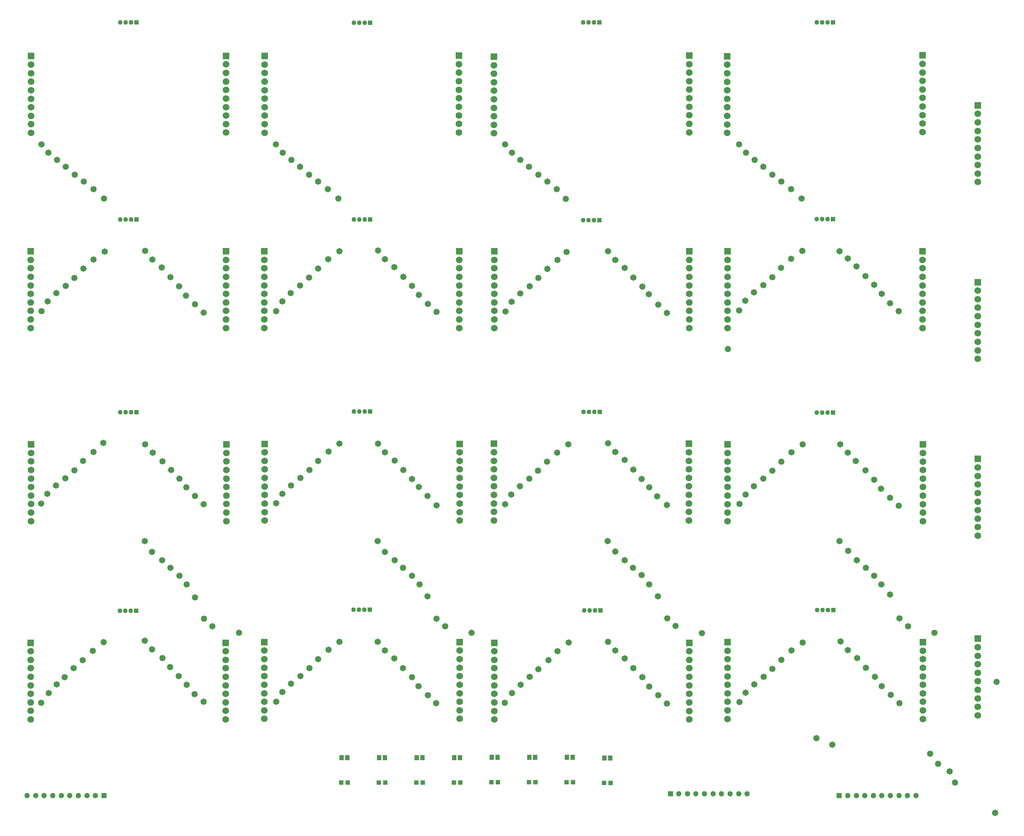
<source format=gts>
G04*
G04 #@! TF.GenerationSoftware,Altium Limited,Altium Designer,25.2.1 (25)*
G04*
G04 Layer_Color=8388736*
%FSAX44Y44*%
%MOMM*%
G71*
G04*
G04 #@! TF.SameCoordinates,962EF830-37C3-45C2-9A6A-2A16DDEA0E73*
G04*
G04*
G04 #@! TF.FilePolarity,Negative*
G04*
G01*
G75*
%ADD17R,1.0032X1.1532*%
%ADD18R,1.0032X1.0032*%
%ADD19C,1.3000*%
%ADD20R,1.3000X1.3000*%
%ADD21R,1.5612X1.5612*%
%ADD22C,1.5612*%
%ADD23R,1.1000X1.1000*%
%ADD24C,1.1000*%
%ADD25C,1.4732*%
D17*
X01300934Y00412250D02*
D03*
X01287434D02*
D03*
X01389013Y00413500D02*
D03*
X01375513D02*
D03*
X01477092D02*
D03*
X01463592D02*
D03*
X01565171D02*
D03*
X01551671D02*
D03*
X01653250Y00411750D02*
D03*
X01639750D02*
D03*
X01036697Y00412250D02*
D03*
X01023197D02*
D03*
X01124776D02*
D03*
X01111276D02*
D03*
X01212855D02*
D03*
X01199355D02*
D03*
D18*
X01198855Y00354000D02*
D03*
X01213855D02*
D03*
X01551171Y00355250D02*
D03*
X01566171D02*
D03*
X01639250Y00353250D02*
D03*
X01654250D02*
D03*
X01463092Y00355250D02*
D03*
X01478092D02*
D03*
X01375013D02*
D03*
X01390013D02*
D03*
X01110776Y00354000D02*
D03*
X01125776D02*
D03*
X01022697D02*
D03*
X01037697D02*
D03*
X01286934D02*
D03*
X01301934D02*
D03*
D19*
X01974500Y00327750D02*
D03*
X01954500D02*
D03*
X01934500D02*
D03*
X01914500D02*
D03*
X01894500D02*
D03*
X01874500D02*
D03*
X01854500D02*
D03*
X01834500D02*
D03*
X01814500D02*
D03*
X02210500Y00323385D02*
D03*
X02230500D02*
D03*
X02250500D02*
D03*
X02270500D02*
D03*
X02290500D02*
D03*
X02310500D02*
D03*
X02330500D02*
D03*
X02350500D02*
D03*
X02370500D02*
D03*
X00446250D02*
D03*
X00426250D02*
D03*
X00406250D02*
D03*
X00386250D02*
D03*
X00366250D02*
D03*
X00346250D02*
D03*
X00326250D02*
D03*
X00306250D02*
D03*
X00286250D02*
D03*
D20*
X01794500Y00327750D02*
D03*
X02190500Y00323385D02*
D03*
X00466250D02*
D03*
D21*
X02515750Y01942520D02*
D03*
Y00691520D02*
D03*
Y01527808D02*
D03*
Y01113097D02*
D03*
X01381000Y01148750D02*
D03*
X01838250D02*
D03*
X00294665Y00682075D02*
D03*
X00295750Y01147250D02*
D03*
X00752165Y00682075D02*
D03*
X00753250Y01147250D02*
D03*
X00842500Y00683500D02*
D03*
X01839250Y00682000D02*
D03*
X00843000Y01148500D02*
D03*
X01300750D02*
D03*
X01300250Y00683500D02*
D03*
X01928500Y01147000D02*
D03*
X01929000Y00683250D02*
D03*
X02386500Y01147000D02*
D03*
X02387000Y00683250D02*
D03*
X01382000Y00682000D02*
D03*
X02386000Y02059750D02*
D03*
X00843250Y02058250D02*
D03*
X01299000Y02059000D02*
D03*
X01381000Y02056750D02*
D03*
X00295000Y02058000D02*
D03*
X00752500Y02058500D02*
D03*
X01838500Y02059250D02*
D03*
X01928000Y02057750D02*
D03*
X00294500Y01600250D02*
D03*
X00752500D02*
D03*
X01299750D02*
D03*
X00842500D02*
D03*
X01381250D02*
D03*
X01928500D02*
D03*
X01839000D02*
D03*
X02386000D02*
D03*
D22*
X02515750Y01922520D02*
D03*
Y01902520D02*
D03*
Y01882520D02*
D03*
Y01862520D02*
D03*
Y01842520D02*
D03*
Y01822520D02*
D03*
Y01802520D02*
D03*
Y01782520D02*
D03*
Y01762520D02*
D03*
Y00671520D02*
D03*
Y00651520D02*
D03*
Y00631520D02*
D03*
Y00611520D02*
D03*
Y00591520D02*
D03*
Y00571520D02*
D03*
Y00551520D02*
D03*
Y00531520D02*
D03*
Y00511520D02*
D03*
Y01507808D02*
D03*
Y01487808D02*
D03*
Y01467808D02*
D03*
Y01447808D02*
D03*
Y01427808D02*
D03*
Y01407808D02*
D03*
Y01387808D02*
D03*
Y01367808D02*
D03*
Y01347808D02*
D03*
Y01093097D02*
D03*
Y01073097D02*
D03*
Y01053097D02*
D03*
Y01033097D02*
D03*
Y01013097D02*
D03*
Y00993097D02*
D03*
Y00973097D02*
D03*
Y00953097D02*
D03*
Y00933097D02*
D03*
X01381000Y00968750D02*
D03*
Y00988750D02*
D03*
Y01008750D02*
D03*
Y01028750D02*
D03*
Y01048750D02*
D03*
Y01068750D02*
D03*
Y01088750D02*
D03*
Y01108750D02*
D03*
Y01128750D02*
D03*
X01838250Y00968750D02*
D03*
Y00988750D02*
D03*
Y01008750D02*
D03*
Y01028750D02*
D03*
Y01048750D02*
D03*
Y01068750D02*
D03*
Y01088750D02*
D03*
Y01108750D02*
D03*
Y01128750D02*
D03*
X00294665Y00502074D02*
D03*
Y00522075D02*
D03*
Y00542075D02*
D03*
Y00562075D02*
D03*
Y00582075D02*
D03*
Y00602075D02*
D03*
Y00622075D02*
D03*
Y00642075D02*
D03*
Y00662075D02*
D03*
X00295750Y00967250D02*
D03*
Y00987250D02*
D03*
Y01007250D02*
D03*
Y01027250D02*
D03*
Y01047250D02*
D03*
Y01067250D02*
D03*
Y01087250D02*
D03*
Y01107250D02*
D03*
Y01127250D02*
D03*
X00752165Y00502074D02*
D03*
Y00522075D02*
D03*
Y00542075D02*
D03*
Y00562075D02*
D03*
Y00582075D02*
D03*
Y00602075D02*
D03*
Y00622075D02*
D03*
Y00642075D02*
D03*
Y00662075D02*
D03*
X00753250Y00967250D02*
D03*
Y00987250D02*
D03*
Y01007250D02*
D03*
Y01027250D02*
D03*
Y01047250D02*
D03*
Y01067250D02*
D03*
Y01087250D02*
D03*
Y01107250D02*
D03*
Y01127250D02*
D03*
X00842500Y00503500D02*
D03*
Y00523500D02*
D03*
Y00543500D02*
D03*
Y00563500D02*
D03*
Y00583500D02*
D03*
Y00603500D02*
D03*
Y00623500D02*
D03*
Y00643500D02*
D03*
Y00663500D02*
D03*
X01839250Y00502000D02*
D03*
Y00522000D02*
D03*
Y00542000D02*
D03*
Y00562000D02*
D03*
Y00582000D02*
D03*
Y00602000D02*
D03*
Y00622000D02*
D03*
Y00642000D02*
D03*
Y00662000D02*
D03*
X00843000Y00968500D02*
D03*
Y00988500D02*
D03*
Y01008500D02*
D03*
Y01028500D02*
D03*
Y01048500D02*
D03*
Y01068500D02*
D03*
Y01088500D02*
D03*
Y01108500D02*
D03*
Y01128500D02*
D03*
X01300750Y00968500D02*
D03*
Y00988500D02*
D03*
Y01008500D02*
D03*
Y01028500D02*
D03*
Y01048500D02*
D03*
Y01068500D02*
D03*
Y01088500D02*
D03*
Y01108500D02*
D03*
Y01128500D02*
D03*
X01300250Y00503500D02*
D03*
Y00523500D02*
D03*
Y00543500D02*
D03*
Y00563500D02*
D03*
Y00583500D02*
D03*
Y00603500D02*
D03*
Y00623500D02*
D03*
Y00643500D02*
D03*
Y00663500D02*
D03*
X01928500Y00967000D02*
D03*
Y00987000D02*
D03*
Y01007000D02*
D03*
Y01027000D02*
D03*
Y01047000D02*
D03*
Y01067000D02*
D03*
Y01087000D02*
D03*
Y01107000D02*
D03*
Y01127000D02*
D03*
X01929000Y00503250D02*
D03*
Y00523250D02*
D03*
Y00543250D02*
D03*
Y00563250D02*
D03*
Y00583250D02*
D03*
Y00603250D02*
D03*
Y00623250D02*
D03*
Y00643250D02*
D03*
Y00663250D02*
D03*
X02386500Y00967000D02*
D03*
Y00987000D02*
D03*
Y01007000D02*
D03*
Y01027000D02*
D03*
Y01047000D02*
D03*
Y01067000D02*
D03*
Y01087000D02*
D03*
Y01107000D02*
D03*
Y01127000D02*
D03*
X02387000Y00503250D02*
D03*
Y00523250D02*
D03*
Y00543250D02*
D03*
Y00563250D02*
D03*
Y00583250D02*
D03*
Y00603250D02*
D03*
Y00623250D02*
D03*
Y00643250D02*
D03*
Y00663250D02*
D03*
X01382000Y00502000D02*
D03*
Y00522000D02*
D03*
Y00542000D02*
D03*
Y00562000D02*
D03*
Y00582000D02*
D03*
Y00602000D02*
D03*
Y00622000D02*
D03*
Y00642000D02*
D03*
Y00662000D02*
D03*
X02386000Y02039750D02*
D03*
Y02019750D02*
D03*
Y01999750D02*
D03*
Y01979750D02*
D03*
Y01959750D02*
D03*
Y01939750D02*
D03*
Y01919750D02*
D03*
Y01899750D02*
D03*
Y01879750D02*
D03*
X00843250Y02038250D02*
D03*
Y02018250D02*
D03*
Y01998250D02*
D03*
Y01978250D02*
D03*
Y01958250D02*
D03*
Y01938250D02*
D03*
Y01918250D02*
D03*
Y01898250D02*
D03*
Y01878250D02*
D03*
X01299000Y02039000D02*
D03*
Y02019000D02*
D03*
Y01999000D02*
D03*
Y01979000D02*
D03*
Y01959000D02*
D03*
Y01939000D02*
D03*
Y01919000D02*
D03*
Y01899000D02*
D03*
Y01879000D02*
D03*
X01381000Y02036750D02*
D03*
Y02016750D02*
D03*
Y01996750D02*
D03*
Y01976750D02*
D03*
Y01956750D02*
D03*
Y01936750D02*
D03*
Y01916750D02*
D03*
Y01896750D02*
D03*
Y01876750D02*
D03*
X00295000Y02038000D02*
D03*
Y02018000D02*
D03*
Y01998000D02*
D03*
Y01978000D02*
D03*
Y01958000D02*
D03*
Y01938000D02*
D03*
Y01918000D02*
D03*
Y01898000D02*
D03*
Y01878000D02*
D03*
X00752500Y02038500D02*
D03*
Y02018500D02*
D03*
Y01998500D02*
D03*
Y01978500D02*
D03*
Y01958500D02*
D03*
Y01938500D02*
D03*
Y01918500D02*
D03*
Y01898500D02*
D03*
Y01878500D02*
D03*
X01838500Y02039250D02*
D03*
Y02019250D02*
D03*
Y01999250D02*
D03*
Y01979250D02*
D03*
Y01959250D02*
D03*
Y01939250D02*
D03*
Y01919250D02*
D03*
Y01899250D02*
D03*
Y01879250D02*
D03*
X01928000Y02037750D02*
D03*
Y02017750D02*
D03*
Y01997750D02*
D03*
Y01977750D02*
D03*
Y01957750D02*
D03*
Y01937750D02*
D03*
Y01917750D02*
D03*
Y01897750D02*
D03*
Y01877750D02*
D03*
X00294500Y01580250D02*
D03*
Y01560250D02*
D03*
Y01540250D02*
D03*
Y01520250D02*
D03*
Y01500250D02*
D03*
Y01480250D02*
D03*
Y01460250D02*
D03*
Y01440250D02*
D03*
Y01420250D02*
D03*
X00752500Y01580250D02*
D03*
Y01560250D02*
D03*
Y01540250D02*
D03*
Y01520250D02*
D03*
Y01500250D02*
D03*
Y01480250D02*
D03*
Y01460250D02*
D03*
Y01440250D02*
D03*
Y01420250D02*
D03*
X01299750Y01580250D02*
D03*
Y01560250D02*
D03*
Y01540250D02*
D03*
Y01520250D02*
D03*
Y01500250D02*
D03*
Y01480250D02*
D03*
Y01460250D02*
D03*
Y01440250D02*
D03*
Y01420250D02*
D03*
X00842500Y01580250D02*
D03*
Y01560250D02*
D03*
Y01540250D02*
D03*
Y01520250D02*
D03*
Y01500250D02*
D03*
Y01480250D02*
D03*
Y01460250D02*
D03*
Y01440250D02*
D03*
Y01420250D02*
D03*
X01381250Y01580250D02*
D03*
Y01560250D02*
D03*
Y01540250D02*
D03*
Y01520250D02*
D03*
Y01500250D02*
D03*
Y01480250D02*
D03*
Y01460250D02*
D03*
Y01440250D02*
D03*
Y01420250D02*
D03*
X01928500Y01580250D02*
D03*
Y01560250D02*
D03*
Y01540250D02*
D03*
Y01520250D02*
D03*
Y01500250D02*
D03*
Y01480250D02*
D03*
Y01460250D02*
D03*
Y01440250D02*
D03*
Y01420250D02*
D03*
X01839000Y01580250D02*
D03*
Y01560250D02*
D03*
Y01540250D02*
D03*
Y01520250D02*
D03*
Y01500250D02*
D03*
Y01480250D02*
D03*
Y01460250D02*
D03*
Y01440250D02*
D03*
Y01420250D02*
D03*
X02386000Y01580250D02*
D03*
Y01560250D02*
D03*
Y01540250D02*
D03*
Y01520250D02*
D03*
Y01500250D02*
D03*
Y01480250D02*
D03*
Y01460250D02*
D03*
Y01440250D02*
D03*
Y01420250D02*
D03*
D23*
X01629300Y01223750D02*
D03*
X00541865Y00757325D02*
D03*
X00542951Y01222750D02*
D03*
X01630300Y00757750D02*
D03*
X01090200Y01224000D02*
D03*
X01089700Y00759250D02*
D03*
X02176700Y00758500D02*
D03*
X02176200Y01222000D02*
D03*
X00542200Y01675000D02*
D03*
X01090800Y02136500D02*
D03*
X00542200Y02137250D02*
D03*
X01628450Y02137000D02*
D03*
X02175700D02*
D03*
X01090800Y01674500D02*
D03*
X01628450Y01673000D02*
D03*
X02175701Y01675750D02*
D03*
D24*
X01616600Y01223750D02*
D03*
X01603900D02*
D03*
X01591200D02*
D03*
X00529165Y00757325D02*
D03*
X00516465D02*
D03*
X00503765D02*
D03*
X00530251Y01222750D02*
D03*
X00517551D02*
D03*
X00504851D02*
D03*
X01617600Y00757750D02*
D03*
X01604900D02*
D03*
X01592200D02*
D03*
X01077500Y01224000D02*
D03*
X01064800D02*
D03*
X01052100D02*
D03*
X01077000Y00759250D02*
D03*
X01064300D02*
D03*
X01051600D02*
D03*
X02164000Y00758500D02*
D03*
X02151300D02*
D03*
X02138600D02*
D03*
X02163500Y01222000D02*
D03*
X02150800D02*
D03*
X02138100D02*
D03*
X00529500Y01675000D02*
D03*
X00516800D02*
D03*
X00504100D02*
D03*
X01052700Y02136500D02*
D03*
X01065400D02*
D03*
X01078100D02*
D03*
X00504100Y02137250D02*
D03*
X00516800D02*
D03*
X00529500D02*
D03*
X01590350Y02137000D02*
D03*
X01603050D02*
D03*
X01615750D02*
D03*
X02137600D02*
D03*
X02150300D02*
D03*
X02163000D02*
D03*
X01052700Y01674500D02*
D03*
X01065400D02*
D03*
X01078100D02*
D03*
X01590350Y01673000D02*
D03*
X01603050D02*
D03*
X01615750D02*
D03*
X02137601Y01675750D02*
D03*
X02150300D02*
D03*
X02163000D02*
D03*
D25*
X02403750Y00421500D02*
D03*
X02422500Y00397750D02*
D03*
X02449500Y00380000D02*
D03*
X02461750Y00354250D02*
D03*
X02174250Y00442750D02*
D03*
X02137250Y00458250D02*
D03*
X02559000Y00590500D02*
D03*
X02556000Y00282750D02*
D03*
X01551000Y01599000D02*
D03*
X01549000Y01722750D02*
D03*
X01018750Y00684000D02*
D03*
X02311000Y00559500D02*
D03*
X01929250Y01371250D02*
D03*
X00442000Y01581000D02*
D03*
X00465066Y01150934D02*
D03*
X00441500Y01129750D02*
D03*
X00417500Y01108000D02*
D03*
X00396750Y01086750D02*
D03*
X00375750Y01068000D02*
D03*
X00353750Y01050500D02*
D03*
X00319250Y01008500D02*
D03*
X00333750Y01031000D02*
D03*
X00563250Y01147250D02*
D03*
X00580500Y01128000D02*
D03*
X00603750Y00646000D02*
D03*
X00660500Y00583500D02*
D03*
X00700250Y00543750D02*
D03*
X00679250Y00561500D02*
D03*
X00642000Y00603750D02*
D03*
X00621500Y00625250D02*
D03*
X00562250Y00687000D02*
D03*
X00578750Y00666750D02*
D03*
X01556000Y00682750D02*
D03*
X01509000Y00641250D02*
D03*
X01484750Y00620000D02*
D03*
X01464250Y00601750D02*
D03*
X01530250Y00662250D02*
D03*
X01443250Y00583250D02*
D03*
X01406250Y00540750D02*
D03*
X01422750Y00564250D02*
D03*
X02104750Y00682500D02*
D03*
X02054750Y00642000D02*
D03*
X02034000Y00620750D02*
D03*
X02013000Y00602000D02*
D03*
X01971000Y00565000D02*
D03*
X01956500Y00542500D02*
D03*
X02078750Y00663750D02*
D03*
X01991000Y00584500D02*
D03*
X00968750Y00643500D02*
D03*
X00948000Y00622250D02*
D03*
X00927000Y00603500D02*
D03*
X00885000Y00566500D02*
D03*
X00870500Y00544000D02*
D03*
X00992750Y00665250D02*
D03*
X00905000Y00586000D02*
D03*
X00465750Y00683750D02*
D03*
X00440250Y00663000D02*
D03*
X00416250Y00641250D02*
D03*
X00395000Y00622000D02*
D03*
X00374500Y00601250D02*
D03*
X00355750Y00584000D02*
D03*
X00336750Y00563750D02*
D03*
X00319500Y00540750D02*
D03*
X01018750Y01149000D02*
D03*
X00968750Y01108500D02*
D03*
X00948000Y01087250D02*
D03*
X00927000Y01068500D02*
D03*
X00885000Y01031500D02*
D03*
X00870500Y01009000D02*
D03*
X00992750Y01130250D02*
D03*
X00905000Y01051000D02*
D03*
X01555250Y01147000D02*
D03*
X01505250Y01106500D02*
D03*
X01484500Y01085250D02*
D03*
X01463500Y01066500D02*
D03*
X01421500Y01029500D02*
D03*
X01407000Y01007000D02*
D03*
X01529250Y01128250D02*
D03*
X01441500Y01049000D02*
D03*
X02104500Y01147500D02*
D03*
X02054500Y01107000D02*
D03*
X02033750Y01085750D02*
D03*
X02012750Y01067000D02*
D03*
X01970750Y01030000D02*
D03*
X01956250Y01007500D02*
D03*
X02078500Y01128750D02*
D03*
X01990750Y01049500D02*
D03*
X02104000Y01601500D02*
D03*
X02054000Y01561000D02*
D03*
X02033250Y01539750D02*
D03*
X02012250Y01521000D02*
D03*
X01970250Y01484000D02*
D03*
X01955750Y01461500D02*
D03*
X02078000Y01582750D02*
D03*
X01990250Y01503500D02*
D03*
X01506000Y01558500D02*
D03*
X01485250Y01537250D02*
D03*
X01464250Y01518500D02*
D03*
X01422250Y01481500D02*
D03*
X01407750Y01459000D02*
D03*
X01530000Y01580250D02*
D03*
X01442250Y01501000D02*
D03*
X01018250Y01600000D02*
D03*
X00968250Y01559500D02*
D03*
X00947500Y01538250D02*
D03*
X00926500Y01519500D02*
D03*
X00884500Y01482500D02*
D03*
X00870000Y01460000D02*
D03*
X00992250Y01581250D02*
D03*
X00904500Y01502000D02*
D03*
X00354250Y01501750D02*
D03*
X00319750Y01459750D02*
D03*
X00334250Y01482250D02*
D03*
X00376250Y01519250D02*
D03*
X00397250Y01538000D02*
D03*
X00418000Y01559250D02*
D03*
X00468000Y01599750D02*
D03*
X01125000Y00664250D02*
D03*
X01108500Y00684500D02*
D03*
X01147250Y00645250D02*
D03*
X01167750Y00622750D02*
D03*
X01188250Y00601250D02*
D03*
X01204250Y00579750D02*
D03*
X01225500Y00559000D02*
D03*
X01245750Y00540000D02*
D03*
X01647250Y00920250D02*
D03*
X01708000Y00622500D02*
D03*
X01765250Y00791000D02*
D03*
X01648750Y00684250D02*
D03*
X01665250Y00664000D02*
D03*
X01687500Y00645000D02*
D03*
X01728500Y00601000D02*
D03*
X01744500Y00579500D02*
D03*
X01765750Y00558750D02*
D03*
X01786000Y00539750D02*
D03*
X02194000Y00685000D02*
D03*
X02210500Y00664750D02*
D03*
X02232750Y00645750D02*
D03*
X02253250Y00623250D02*
D03*
X02273750Y00601750D02*
D03*
X02289750Y00580250D02*
D03*
X02331250Y00540500D02*
D03*
X02193000Y01147750D02*
D03*
X02229500Y01108750D02*
D03*
X02210250Y01127500D02*
D03*
X02252250Y01086000D02*
D03*
X02272750Y01064500D02*
D03*
X02288750Y01043000D02*
D03*
X02310000Y01022250D02*
D03*
X02330250Y01003250D02*
D03*
X01744750Y01046750D02*
D03*
X01744000Y01499500D02*
D03*
X01763750Y01025000D02*
D03*
X01786000Y01455750D02*
D03*
X01727000Y01066250D02*
D03*
X01648750Y01149750D02*
D03*
X01665250Y01129500D02*
D03*
X01687500Y01110500D02*
D03*
X01708000Y01088000D02*
D03*
X01786000Y01005250D02*
D03*
X01224750Y01026500D02*
D03*
X01204750Y01047000D02*
D03*
X01148000Y01109250D02*
D03*
X01168000Y01087250D02*
D03*
X01188500Y01065750D02*
D03*
X01246000Y01004500D02*
D03*
X01108750Y01149000D02*
D03*
X01125250Y01128750D02*
D03*
X00603375Y01107625D02*
D03*
X00700500Y01006500D02*
D03*
X00679750Y01026250D02*
D03*
X00659250Y01046250D02*
D03*
X00643500Y01066500D02*
D03*
X00623500Y01087000D02*
D03*
X00563000Y01601250D02*
D03*
X00579500Y01581000D02*
D03*
X00601750Y01562000D02*
D03*
X00622250Y01539500D02*
D03*
X00642750Y01518000D02*
D03*
X00658750Y01496500D02*
D03*
X00680000Y01475750D02*
D03*
X00700250Y01456750D02*
D03*
X02210750Y01583000D02*
D03*
X02191250Y01600500D02*
D03*
X02290500Y01500000D02*
D03*
X02272000Y01521750D02*
D03*
X02231250Y01564750D02*
D03*
X02251750Y01542250D02*
D03*
X02309500Y01478500D02*
D03*
X02329750Y01459500D02*
D03*
X01648750Y01600250D02*
D03*
X01665250Y01580000D02*
D03*
X01687500Y01561000D02*
D03*
X01708000Y01538500D02*
D03*
X01728500Y01517000D02*
D03*
X01765750Y01474750D02*
D03*
X01246000Y01457750D02*
D03*
X01225750Y01476750D02*
D03*
X01204500Y01497500D02*
D03*
X01188500Y01519000D02*
D03*
X01168000Y01540500D02*
D03*
X01147500Y01563000D02*
D03*
X01125250Y01582000D02*
D03*
X01108750Y01602250D02*
D03*
X00679500Y00788000D02*
D03*
X01225000Y00791000D02*
D03*
X02310000Y00795250D02*
D03*
X02289250Y00818750D02*
D03*
X00660250D02*
D03*
X01206000D02*
D03*
X01745000D02*
D03*
X02272000Y00839000D02*
D03*
X01727500Y00841000D02*
D03*
X01188750Y00839000D02*
D03*
X00643000D02*
D03*
X02253000Y00858000D02*
D03*
X01707000D02*
D03*
X00622000Y00857500D02*
D03*
X01167750D02*
D03*
X01148250Y00875250D02*
D03*
X01687250D02*
D03*
X02231500D02*
D03*
X00602500D02*
D03*
X02211750Y00897750D02*
D03*
X01124750Y00895250D02*
D03*
X01665250Y00895750D02*
D03*
X00579000Y00895250D02*
D03*
X01787500Y00739000D02*
D03*
X01807000Y00721500D02*
D03*
X01868875Y00704875D02*
D03*
X02331250Y00739250D02*
D03*
X02352000Y00720750D02*
D03*
X02413750Y00705250D02*
D03*
X01328500Y00705500D02*
D03*
X00782750D02*
D03*
X01266250Y00720500D02*
D03*
X00720500D02*
D03*
X01246500Y00738500D02*
D03*
X00700750D02*
D03*
X00562500Y00920250D02*
D03*
X01108250D02*
D03*
X02191500D02*
D03*
X02102500Y01724000D02*
D03*
X01016250D02*
D03*
X00466500D02*
D03*
X01528500Y01745500D02*
D03*
X02077500D02*
D03*
X00991250D02*
D03*
X00441500D02*
D03*
X01506000Y01763500D02*
D03*
X02055000D02*
D03*
X00968750D02*
D03*
X00419000D02*
D03*
X01484750Y01779500D02*
D03*
X02033750D02*
D03*
X00947500D02*
D03*
X00397750D02*
D03*
X01463250Y01798750D02*
D03*
X02012250D02*
D03*
X00926000D02*
D03*
X00376250D02*
D03*
X01443000Y01814750D02*
D03*
X01992000D02*
D03*
X00905750D02*
D03*
X00356000D02*
D03*
X01422750Y01831750D02*
D03*
X01971750D02*
D03*
X00885500D02*
D03*
X00335750D02*
D03*
X00319750Y01851000D02*
D03*
X00869500D02*
D03*
X01955750D02*
D03*
X01406750D02*
D03*
M02*

</source>
